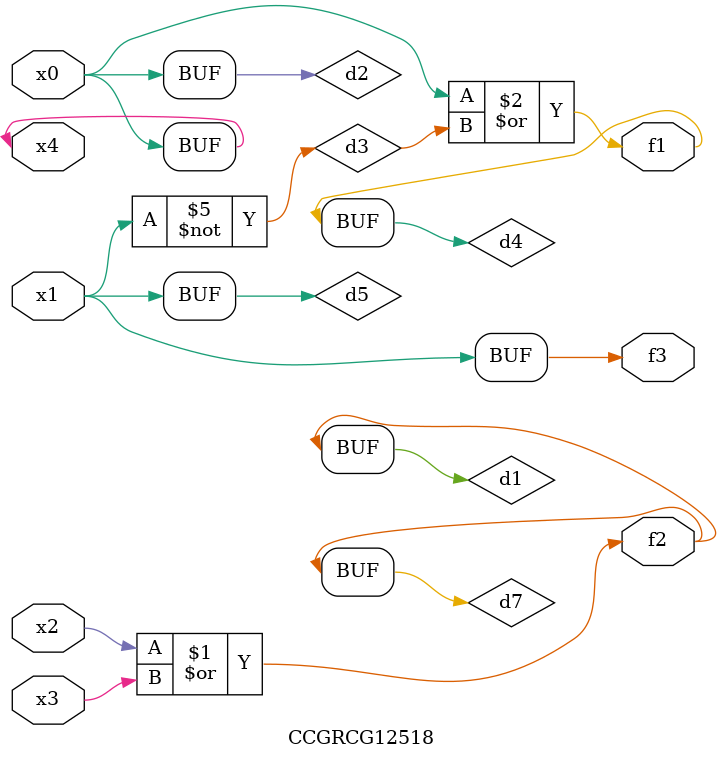
<source format=v>
module CCGRCG12518(
	input x0, x1, x2, x3, x4,
	output f1, f2, f3
);

	wire d1, d2, d3, d4, d5, d6, d7;

	or (d1, x2, x3);
	buf (d2, x0, x4);
	not (d3, x1);
	or (d4, d2, d3);
	not (d5, d3);
	nand (d6, d1, d3);
	or (d7, d1);
	assign f1 = d4;
	assign f2 = d7;
	assign f3 = d5;
endmodule

</source>
